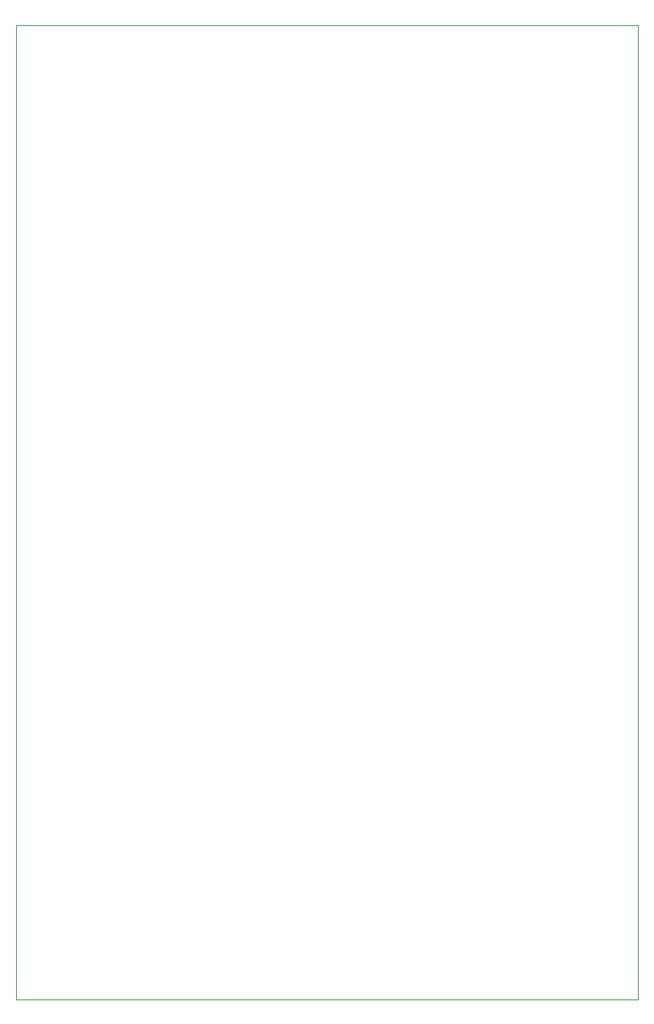
<source format=gbr>
%TF.GenerationSoftware,KiCad,Pcbnew,(5.1.6)-1*%
%TF.CreationDate,2021-02-08T13:30:39-05:00*%
%TF.ProjectId,MKME Pico Breakout,4d4b4d45-2050-4696-936f-20427265616b,rev?*%
%TF.SameCoordinates,Original*%
%TF.FileFunction,Profile,NP*%
%FSLAX46Y46*%
G04 Gerber Fmt 4.6, Leading zero omitted, Abs format (unit mm)*
G04 Created by KiCad (PCBNEW (5.1.6)-1) date 2021-02-08 13:30:39*
%MOMM*%
%LPD*%
G01*
G04 APERTURE LIST*
%TA.AperFunction,Profile*%
%ADD10C,0.100000*%
%TD*%
G04 APERTURE END LIST*
D10*
X188468000Y-44196000D02*
X257302000Y-44196000D01*
X188468000Y-151892000D02*
X188468000Y-44196000D01*
X257302000Y-151892000D02*
X188468000Y-151892000D01*
X257302000Y-44196000D02*
X257302000Y-151892000D01*
M02*

</source>
